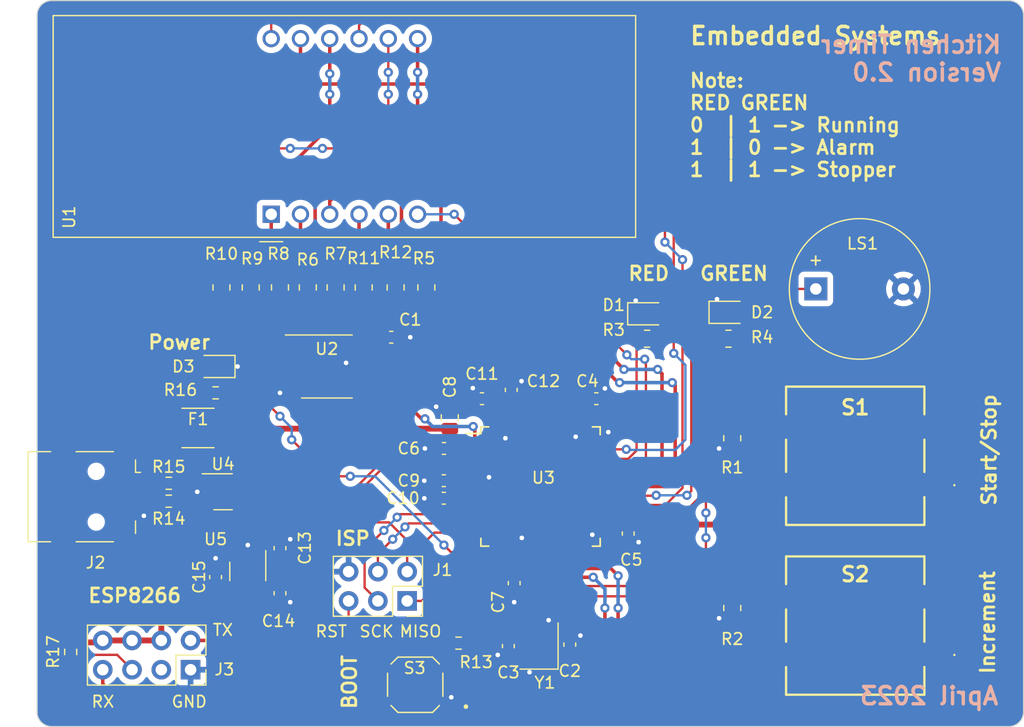
<source format=kicad_pcb>
(kicad_pcb (version 20221018) (generator pcbnew)
  (layers (0 "F.Cu" signal) (31 "B.Cu" signal) (34 "B.Paste" user) (35 "F.Paste" user) (36 "B.SilkS" user "B.Silkscreen") (37 "F.SilkS" user "F.Silkscreen") (38 "B.Mask" user) (39 "F.Mask" user) (44 "Edge.Cuts" user))
  (net 0 "")
  (net 1 "GND")
  (net 2 "Net-(D1-A)")
  (net 3 "Net-(D2-A)")
  (net 4 "Buzzer")
  (net 5 "Button_1")
  (net 6 "Button_2")
  (net 7 "RED_LED")
  (net 8 "GREEN_LED")
  (net 9 "a")
  (net 10 "Net-(U1-a)")
  (net 11 "b")
  (net 12 "Net-(U1-b)")
  (net 13 "c")
  (net 14 "Net-(U1-c)")
  (net 15 "d")
  (net 16 "Net-(U1-d)")
  (net 17 "e")
  (net 18 "Net-(U1-e)")
  (net 19 "f")
  (net 20 "Net-(U1-f)")
  (net 21 "g")
  (net 22 "Net-(U1-g)")
  (net 23 "dp")
  (net 24 "Net-(U1-DPX)")
  (net 25 "+5V")
  (net 26 "Dig4")
  (net 27 "Dig3")
  (net 28 "Dig2")
  (net 29 "Dig1")
  (net 31 "SH_CP")
  (net 32 "ST_CP")
  (net 33 "DS")
  (net 34 "XTAL1")
  (net 35 "XTAL2")
  (net 36 "/UCAP")
  (net 37 "/AREF")
  (net 38 "+3.3V")
  (net 39 "Net-(U5-BP)")
  (net 40 "Net-(D3-A)")
  (net 42 "Net-(J2-VBUS)")
  (net 43 "MISO")
  (net 44 "SCK")
  (net 45 "MOSI")
  (net 46 "RST")
  (net 47 "Net-(J2-D-)")
  (net 48 "Net-(J2-D+)")
  (net 49 "TX")
  (net 50 "Net-(J3-Pin_5)")
  (net 51 "RX")
  (net 52 "USB_CONN_D+")
  (net 53 "USB_CONN_D-")
  (net 54 "USB_D-")
  (net 56 "USB_D+")
  (net 64 "unconnected-(J2-Shield-Pad6)")
  (footprint "Capacitor_SMD:C_0603_1608Metric" (layer "F.Cu") (at 127.254 103.632 -90)
    (fp_text reference "C2")
    (fp_text value "22p")
  )
  (footprint "Capacitor_SMD:C_0603_1608Metric" (layer "F.Cu") (at 122.174 81.534 90)
    (fp_text reference "C12")
    (fp_text value "0.1uF")
  )
  (footprint "Crystal:Crystal_SMD_Abracon_ABM8G-4Pin_3.2x2.5mm" (layer "F.Cu") (at 124.587 103.759 90)
    (fp_text reference "Y1")
    (fp_text value "16MHz")
  )
  (footprint "Connector_PinSocket_2.54mm:PinSocket_2x03_P2.54mm_Vertical" (layer "F.Cu") (at 113.142 99.842 -90)
    (fp_text reference "J1")
    (fp_text value "AVR-ISP-6")
  )
  (footprint "Capacitor_SMD:C_0603_1608Metric" (layer "F.Cu") (at 116.319 90.932 180)
    (fp_text reference "C10")
    (fp_text value "0.1uF")
  )
  (footprint "Resistor_SMD:R_0805_2012Metric" (layer "F.Cu") (at 102.108 72.644 90)
    (fp_text reference "R8")
    (fp_text value "100")
  )
  (footprint "Resistor_SMD:R_0603_1608Metric" (layer "F.Cu") (at 83.947 104.267 -90)
    (fp_text reference "R17")
    (fp_text value "10k")
  )
  (footprint "PTS526_SMD_Button:PTS526_SMD_Button" (layer "F.Cu") (at 113.84 107.116 180)
    (fp_text reference "S3")
    (fp_text value "PTS526_SM08_SMTR2_LFS")
  )
  (footprint "Capacitor_SMD:C_0603_1608Metric" (layer "F.Cu") (at 116.332 86.614 180)
    (fp_text reference "C6")
    (fp_text value "0.1uF")
  )
  (footprint "Connector_USB:USB_Mini-B_Lumberg_2486_01_Horizontal" (layer "F.Cu") (at 86.162 90.8 -90)
    (fp_text reference "J2")
    (fp_text value "USB_B_Mini")
  )
  (footprint "Capacitor_SMD:C_0603_1608Metric" (layer "F.Cu") (at 122.428 98.298 -90)
    (fp_text reference "C7")
    (fp_text value "0.1uF")
  )
  (footprint "Display_7Segment:CA56-12EWA" (layer "F.Cu") (at 101.346 66.294 90)
    (fp_text reference "U1")
    (fp_text value "CA56-12EWA")
  )
  (footprint "Resistor_SMD:R_0603_1608Metric" (layer "F.Cu") (at 117.602 103.505 180)
    (fp_text reference "R13")
    (fp_text value "10k")
  )
  (footprint "Package_TO_SOT_SMD:SOT-23-6" (layer "F.Cu") (at 97.165615 90.371688)
    (fp_text reference "U4")
    (fp_text value "USBLC6-2SC6")
  )
  (footprint "Capacitor_SMD:C_0603_1608Metric" (layer "F.Cu") (at 96.52 97.777 90)
    (fp_text reference "C15")
    (fp_text value "10nF")
  )
  (footprint "Resistor_SMD:R_0805_2012Metric" (layer "F.Cu") (at 106.934 72.644 90)
    (fp_text reference "R7")
    (fp_text value "100")
  )
  (footprint "Buzzer_Beeper:Buzzer_12x9.5RM7.6" (layer "F.Cu") (at 148.6 72.771)
    (fp_text reference "LS1")
    (fp_text value "Speaker")
  )
  (footprint "Capacitor_SMD:C_0603_1608Metric" (layer "F.Cu") (at 111.76 76.962)
    (fp_text reference "C1")
    (fp_text value "0.1u")
  )
  (footprint "Resistor_SMD:R_0805_2012Metric" (layer "F.Cu") (at 104.521 72.644 90)
    (fp_text reference "R6")
    (fp_text value "100")
  )
  (footprint "Resistor_SMD:R_0805_2012Metric" (layer "F.Cu") (at 99.568 72.644 90)
    (fp_text reference "R9")
    (fp_text value "100")
  )
  (footprint "LED_SMD:LED_0805_2012Metric" (layer "F.Cu") (at 133.9615 74.93)
    (fp_text reference "D1")
    (fp_text value "LED")
  )
  (footprint "LED_SMD:LED_0805_2012Metric" (layer "F.Cu") (at 96.52 79.502 180)
    (fp_text reference "D3")
    (fp_text value "LED")
  )
  (footprint "Package_QFP:TQFP-44_10x10mm_P0.8mm" (layer "F.Cu") (at 124.714 89.916)
    (fp_text reference "U3")
    (fp_text value "ATmega32U4-A")
  )
  (footprint "Capacitor_SMD:C_0603_1608Metric" (layer "F.Cu") (at 119.634 82.296 180)
    (fp_text reference "C11")
    (fp_text value "0.1uF")
  )
  (footprint "Resistor_SMD:R_0603_1608Metric" (layer "F.Cu") (at 92.456911 89.635905)
    (fp_text reference "R15")
    (fp_text value "22")
  )
  (footprint "Package_TO_SOT_SMD:SOT-23-5" (layer "F.Cu") (at 99.314 97.282 -90)
    (fp_text reference "U5")
    (fp_text value "LP2985-3.3")
  )
  (footprint "Resistor_SMD:R_0603_1608Metric" (layer "F.Cu") (at 92.456 91.186)
    (fp_text reference "R14")
    (fp_text value "22")
  )
  (footprint "Capacitor_SMD:C_0603_1608Metric" (layer "F.Cu") (at 132.321 93.993 -90)
    (fp_text reference "C5")
    (fp_text value "0.1uF")
  )
  (footprint "Capacitor_SMD:C_0603_1608Metric" (layer "F.Cu") (at 121.92 103.759 -90)
    (fp_text reference "C3")
    (fp_text value "22p")
  )
  (footprint "Capacitor_SMD:C_0603_1608Metric" (layer "F.Cu") (at 102.108 99.174 -90)
    (fp_text reference "C14")
    (fp_text value "2.2uF")
  )
  (footprint "Resistor_SMD:R_0805_2012Metric" (layer "F.Cu") (at 114.808 72.644 90)
    (fp_text reference "R5")
    (fp_text value "100")
  )
  (footprint "Resistor_SMD:R_0603_1608Metric" (layer "F.Cu") (at 96.52 81.788 180)
    (fp_text reference "R16")
    (fp_text value "1k")
  )
  (footprint "Package_SO:TSSOP-16_4.4x5mm_P0.65mm" (layer "F.Cu") (at 106.172 79.502)
    (fp_text reference "U2")
    (fp_text value "74HC595")
  )
  (footprint "PTS125_SMD_Button:PTS125_SMD_Button" (layer "F.Cu") (at 152.019 87.249 180)
    (fp_text reference "S1")
    (fp_text value "PTS125SM43SMTR21M_LFS" hide)
  )
  (footprint "Resistor_SMD:R_0805_2012Metric" (layer "F.Cu") (at 141.351 85.725 -90)
    (fp_text reference "R1")
    (fp_text value "10k")
  )
  (footprint "Capacitor_SMD:C_0603_1608Metric" (layer "F.Cu") (at 102.108 95.263 90)
    (fp_text reference "C13")
    (fp_text value "1uF")
  )
  (footprint "Resistor_SMD:R_0805_2012Metric" (layer "F.Cu") (at 112.141 72.644 90)
    (fp_text reference "R12")
    (fp_text value "100")
  )
  (footprint "Fuse:Fuse_1812_4532Metric" (layer "F.Cu") (at 94.996 84.836)
    (fp_text reference "F1")
    (fp_text value "PTCSMD")
  )
  (footprint "Capacitor_SMD:C_0603_1608Metric" (layer "F.Cu") (at 129.553 82.296)
    (fp_text reference "C4")
    (fp_text value "0.1uF")
  )
  (footprint "Resistor_SMD:R_0805_2012Metric" (layer "F.Cu") (at 133.9615 77.089)
    (fp_text reference "R3")
    (fp_text value "330")
  )
  (footprint "Capacitor_SMD:C_0603_1608Metric" (layer "F.Cu") (at 116.319 89.408 180)
    (fp_text reference "C9")
    (fp_text value "1uF")
  )
  (footprint "Connector_PinSocket_2.54mm:PinSocket_2x04_P2.54mm_Vertical" (layer "F.Cu") (at 94.351 105.811 -90)
    (fp_text reference "J3")
    (fp_text value "ESP_Conn")
  )
  (footprint "Resistor_SMD:R_0805_2012Metric" (layer "F.Cu") (at 97.028 72.644 90)
    (fp_text reference "R10")
    (fp_text value "100")
  )
  (footprint "Resistor_SMD:R_0805_2012Metric" (layer "F.Cu") (at 141.351 100.457 -90)
    (fp_text reference "R2")
    (fp_text value "10k")
  )
  (footprint "Capacitor_SMD:C_0805_2012Metric" (layer "F.Cu") (at 116.84 83.947 90)
    (fp_text reference "C8")
    (fp_text value "10uF")
  )
  (footprint "PTS125_SMD_Button:PTS125_SMD_Button" (layer "F.Cu") (at 152.019 101.981 180)
    (fp_text reference "S2")
    (fp_text value "PTS125SM43SMTR21M_LFS" hide)
  )
  (footprint "Resistor_SMD:R_0805_2012Metric" (layer "F.Cu") (at 141.0185 77.089)
    (fp_text reference "R4")
    (fp_text value "330")
  )
  (footprint "Resistor_SMD:R_0805_2012Metric" (layer "F.Cu") (at 109.368612 72.646651 90)
    (fp_text reference "R11")
    (fp_text value "100")
  )
  (footprint "LED_SMD:LED_0805_2012Metric" (layer "F.Cu") (at 141.0185 74.803)
    (fp_text reference "D2")
    (fp_text value "LED")
  )
  (gr_arc (start 165.354 47.752) (mid 166.252026 48.123974) (end 166.624 49.022) (stroke (width 0.1)) (layer "Edge.Cuts"))
  (gr_line (start 81.026 109.474) (end 81.026 49.022) (stroke (width 0.1)) (layer "Edge.Cuts"))
  (gr_line (start 165.354 110.744) (end 82.296 110.744) (stroke (width 0.1)) (layer "Edge.Cuts"))
  (gr_line (start 82.296 47.752) (end 165.354 47.752) (stroke (width 0.1)) (layer "Edge.Cuts"))
  (gr_arc (start 82.296 110.744) (mid 81.397974 110.372026) (end 81.026 109.474) (stroke (width 0.1)) (layer "Edge.Cuts"))
  (gr_line (start 166.624 49.022) (end 166.624 109.474) (stroke (width 0.1)) (layer "Edge.Cuts"))
  (gr_arc (start 166.624 109.474) (mid 166.252026 110.372026) (end 165.354 110.744) (stroke (width 0.1)) (layer "Edge.Cuts"))
  (gr_arc (start 81.026 49.022) (mid 81.397974 48.123974) (end 82.296 47.752) (stroke (width 0.1)) (layer "Edge.Cuts"))
  (gr_text "Kitchen Timer\nVersion 2.0" (at 164.846 54.864) (layer "B.SilkS") (effects (font (size 1.5 1.5) (thickness 0.3) bold) (justify left bottom mirror)))
  (gr_text "April 2023" (at 164.592 108.966) (layer "B.SilkS") (effects (font (size 1.5 1.5) (thickness 0.3) bold) (justify left bottom mirror)))
  (gr_text "TX" (at 97.155 102.362) (layer "F.SilkS") (effects (font (size 1 1))))
  (gr_text "RED" (at 132.207 72.136) (layer "F.SilkS") (effects (font (size 1.2 1.2) (thickness 0.24) bold) (justify left bottom)))
  (gr_text "Embedded Systems" (at 137.541 51.689) (layer "F.SilkS") (effects (font (size 1.5 1.5) (thickness 0.3) bold) (justify left bottom)))
  (gr_text "RST" (at 106.553 102.489) (layer "F.SilkS") (effects (font (size 1 1))))
  (gr_text "ISP" (at 106.807 95.123) (layer "F.SilkS") (effects (font (size 1.2 1.2) (thickness 0.24) bold) (justify left bottom)))
  (gr_text "Start/Stop" (at 164.338 91.694 90) (layer "F.SilkS") (effects (font (size 1.2 1.2) (thickness 0.24) bold) (justify left bottom)))
  (gr_text "RX" (at 86.741 108.585) (layer "F.SilkS") (effects (font (size 1 1))))
  (gr_text "SCK" (at 110.49 102.489) (layer "F.SilkS") (effects (font (size 1 1))))
  (gr_text "Note:\nRED GREEN\n0  | 1 -> Running\n1  | 0 -> Alarm\n1  | 1 -> Stopper" (at 137.541 63.119) (layer "F.SilkS") (effects (font (size 1.2 1.2) (thickness 0.24) bold) (justify left bottom)))
  (gr_text "Increment" (at 164.211 106.299 90) (layer "F.SilkS") (effects (font (size 1.2 1.2) (thickness 0.24) bold) (justify left bottom)))
  (gr_text "ESP8266" (at 85.344 100.076) (layer "F.SilkS") (effects (font (size 1.2 1.2) (thickness 0.24) bold) (justify left bottom)))
  (gr_text "Power" (at 90.551 78.105) (layer "F.SilkS") (effects (font (size 1.2 1.2) (thickness 0.24) bold) (justify left bottom)))
  (gr_text "MISO" (at 114.3 102.489) (layer "F.SilkS") (effects (font (size 1 1))))
  (gr_text "GREEN" (at 138.43 72.136) (layer "F.SilkS") (effects (font (size 1.2 1.2) (thickness 0.24) bold) (justify left bottom)))
  (gr_text "GND" (at 94.234 108.585) (layer "F.SilkS") (effects (font (size 1 1))))
  (gr_text "BOOT" (at 108.839 109.347 90) (layer "F.SilkS") (effects (font (size 1.2 1.2) (thickness 0.24) bold) (justify left bottom)))
  (segment (start 130.302 82.27) (end 130.328 82.296) (width 0.508) (layer "F.Cu") (net 1))
  (segment (start 127.914 85.446) (end 127.762 85.598) (width 0.3048) (layer "F.Cu") (net 1))
  (segment (start 114.630216 89.408) (end 114.626396 89.41182) (width 0.508) (layer "F.Cu") (net 1))
  (segment (start 116.967 108.839) (end 116.84 108.966) (width 0.508) (layer "F.Cu") (net 1))
  (segment (start 88.862 92.4) (end 90.241 92.4) (width 0.508) (layer "F.Cu") (net 1))
  (segment (start 114.632608 90.938694) (end 115.537306 90.938694) (width 0.508) (layer "F.Cu") (net 1))
  (segment (start 115.537306 90.938694) (end 115.544 90.932) (width 0.508) (layer "F.Cu") (net 1))
  (segment (start 141.351 101.3695) (end 140.2315 101.3695) (width 0.508) (layer "F.Cu") (net 1))
  (segment (start 118.859 82.296) (end 118.859 81.401076) (width 0.508) (layer "F.Cu") (net 1))
  (segment (start 140.026 74.748) (end 140.081 74.803) (width 0.508) (layer "F.Cu") (net 1))
  (segment (start 115.544 89.408) (end 114.630216 89.408) (width 0.508) (layer "F.Cu") (net 1))
  (segment (start 116.84 82.997) (end 115.66891 82.997) (width 0.508) (layer "F.Cu") (net 1))
  (segment (start 102.997 99.949) (end 102.108 99.949) (width 0.508) (layer "F.Cu") (net 1))
  (segment (start 130.595586 85.734414) (end 130.414 85.916) (width 0.508) (layer "F.Cu") (net 1))
  (segment (start 90.241 92.4) (end 90.297 92.456) (width 0.508) (layer "F.Cu") (net 1))
  (segment (start 121.666 85.725) (end 121.514 85.207882) (width 0.508) (layer "F.Cu") (net 1))
  (segment (start 116.967 108.204) (end 116.967 108.839) (width 0.508) (layer "F.Cu") (net 1))
  (segment (start 133.223 94.742) (end 132.347 94.742) (width 0.508) (layer "F.Cu") (net 1))
  (segment (start 123.114 94.398228) (end 123.089352 94.37358) (width 0.508) (layer "F.Cu") (net 1))
  (segment (start 109.0345 79.177) (end 107.852121 79.177) (width 0.3048) (layer "F.Cu") (net 1))
  (segment (start 125.41624 101.513888) (end 125.41624 102.63824) (width 0.508) (layer "F.Cu") (net 1))
  (segment (start 125.41624 102.63824) (end 125.437 102.659) (width 0.508) (layer "F.Cu") (net 1))
  (segment (start 123.063 80.772) (end 122.187 80.772) (width 0.508) (layer "F.Cu") (net 1))
  (segment (start 121.514 85.207882) (end 121.514 84.216) (width 0.508) (layer "F.Cu") (net 1))
  (segment (start 130.414 93.916) (end 129.38736 93.916) (width 0.508) (layer "F.Cu") (net 1))
  (segment (start 102.108 81.788) (end 102.115 81.781) (width 0.508) (layer "F.Cu") (net 1))
  (segment (start 133.024 73.842) (end 132.969 73.787) (width 0.508) (layer "F.Cu") (net 1))
  (segment (start 130.302 81.407) (end 130.302 82.27) (width 0.508) (layer "F.Cu") (net 1))
  (segment (start 103.3095 81.777) (end 102.119 81.777) (width 0.3048) (layer "F.Cu") (net 1))
  (segment (start 102.119 81.777) (end 102.108 81.788) (width 0.3048) (layer "F.Cu") (net 1))
  (segment (start 102.997 94.488) (end 102.108 94.488) (width 0.508) (layer "F.Cu") (net 1))
  (segment (start 96.028115 90.371688) (end 94.929556 90.371688) (width 0.508) (layer "F.Cu") (net 1))
  (segment (start 130.595586 85.193476) (end 130.595586 85.734414) (width 0.508) (layer "F.Cu") (net 1))
  (segment (start 113.411 76.962) (end 112.535 76.962) (width 0.508) (layer "F.Cu") (net 1))
  (segment (start 121.007536 104.534) (end 121.001928 104.528392) (width 0.508) (layer "F.Cu") (net 1))
  (segment (start 123.737 104.859) (end 123.737 105.99966) (width 0.508) (layer "F.Cu") (net 1))
  (segment (start 123.737 105.99966) (end 123.761691 106.024351) (width 0.508) (layer "F.Cu") (net 1))
  (segment (start 115.557 86.614) (end 114.681 86.614) (width 0.508) (layer "F.Cu") (net 1))
  (segment (start 123.114 95.616) (end 123.114 94.398228) (width 0.508) (layer "F.Cu") (net 1))
  (segment (start 107.852121 79.177) (end 107.843284 79.185837) (width 0.3048) (layer "F.Cu") (net 1))
  (segment (start 127.254 102.857) (end 128.163906 102.857) (width 0.508) (layer "F.Cu") (net 1))
  (segment (start 140.2315 101.3695) (end 140.208 101.346) (width 0.508) (layer "F.Cu") (net 1))
  (segment (start 129.38736 93.916) (end 129.206701 94.096659) (width 0.508) (layer "F.Cu") (net 1))
  (segment (start 115.66891 82.997) (end 115.659806 82.987896) (width 0.508) (layer "F.Cu") (net 1))
  (segment (start 119.014 89.116) (end 120.235467 89.116) (width 0.508) (layer "F.Cu") (net 1))
  (segment (start 99.314 96.1445) (end 99.314 94.996) (width 0.508) (layer "F.Cu") (net 1))
  (segment (start 133.024 74.93) (end 133.024 73.842) (width 0.508) (layer "F.Cu") (net 1))
  (segment (start 96.52 97.002) (end 96.52 96.139) (width 0.508) (layer "F.Cu") (net 1))
  (segment (start 118.859 81.401076) (end 118.836998 81.379074) (width 0.508) (layer "F.Cu") (net 1))
  (segment (start 122.428 99.073) (end 122.428 99.949) (width 0.508) (layer "F.Cu") (net 1))
  (segment (start 98.425 79.502) (end 97.4575 79.502) (width 0.508) (layer "F.Cu") (net 1))
  (segment (start 94.929556 90.371688) (end 94.927568 90.373676) (width 0.508) (layer "F.Cu") (net 1))
  (segment (start 140.026 73.66) (end 140.026 74.748) (width 0.508) (layer "F.Cu") (net 1))
  (segment (start 120.235467 89.116) (end 120.24031 89.111157) (width 0.508) (layer "F.Cu") (net 1))
  (segment (start 140.2315 86.6375) (end 140.208 86.614) (width 0.508) (layer "F.Cu") (net 1))
  (segment (start 121.92 104.534) (end 121.007536 104.534) (width 0.508) (layer "F.Cu") (net 1))
  (segment (start 122.187 80.772) (end 122.174 80.759) (width 0.508) (layer "F.Cu") (net 1))
  (segment (start 141.351 86.6375) (end 140.2315 86.6375) (width 0.508) (layer "F.Cu") (net 1))
  (segment (start 128.163906 102.857) (end 128.174878 102.846028) (width 0.508) (layer "F.Cu") (net 1))
  (segment (start 127.914 84.216) (end 127.914 85.446) (width 0.3048) (layer "F.Cu") (net 1))
  (via (at 94.927568 90.373676) (size 0.8) (drill 0.4) (layers "F.Cu" "B.Cu") (net 1))
  (via (at 132.969 73.787) (size 0.8) (drill 0.4) (layers "F.Cu" "B.Cu") (net 1))
  (via (at 122.428 99.949) (size 0.8) (drill 0.4) (layers "F.Cu" "B.Cu") (net 1))
  (via (at 99.314 94.996) (size 0.8) (drill 0.4) (layers "F.Cu" "B.Cu") (net 1))
  (via (at 121.666 85.725) (size 0.8) (drill 0.4) (layers "F.Cu" "B.Cu") (net 1))
  (via (at 127.762 85.598) (size 0.8) (drill 0.4) (layers "F.Cu" "B.Cu") (net 1))
  (via (at 140.208 101.346) (size 0.8) (drill 0.4) (layers "F.Cu" "B.Cu") (net 1))
  (via (at 98.425 79.502) (size 0.8) (drill 0.4) (layers "F.Cu" "B.Cu") (net 1))
  (via (at 133.223 94.742) (size 0.8) (drill 0.4) (layers "F.Cu" "B.Cu") (net 1))
  (via (at 115.659806 82.987896) (size 0.8) (drill 0.4) (layers "F.Cu" "B.Cu") (net 1))
  (via (at 120.24031 89.111157) (size 0.8) (drill 0.4) (layers "F.Cu" "B.Cu") (net 1))
  (via (at 107.843284 79.185837) (size 0.8) (drill 0.4) (layers "F.Cu" "B.Cu") (net 1))
  (via (at 121.001928 104.528392) (size 0.8) (drill 0.4) (layers "F.Cu" "B.Cu") (net 1))
  (via (at 123.761691 106.024351) (size 0.8) (drill 0.4) (layers "F.Cu" "B.Cu") (net 1))
  (via (at 96.52 96.139) (size 0.8) (drill 0.4) (layers "F.Cu" "B.Cu") (net 1))
  (via (at 102.997 99.949) (size 0.8) (drill 0.4) (layers "F.Cu" "B.Cu") (net 1))
  (via (at 114.632608 90.938694) (size 0.8) (drill 0.4) (layers "F.Cu" "B.Cu") (net 1))
  (via (at 128.174878 102.846028) (size 0.8) (drill 0.4) (layers "F.Cu" "B.Cu") (net 1))
  (via (at 90.297 92.456) (size 0.8) (drill 0.4) (layers "F.Cu" "B.Cu") (net 1))
  (via (at 102.108 81.788) (size 0.8) (drill 0.4) (layers "F.Cu" "B.Cu") (net 1))
  (via (at 140.208 86.614) (size 0.8) (drill 0.4) (layers "F.Cu" "B.Cu") (net 1))
  (via (at 125.41624 101.513888) (size 0.8) (drill 0.4) (layers "F.Cu" "B.Cu") (net 1))
  (via (at 130.595586 85.193476) (size 0.8) (drill 0.4) (layers "F.Cu" "B.Cu") (net 1))
  (via (at 129.206701 94.096659) (size 0.8) (drill 0.4) (layers "F.Cu" "B.Cu") (net 1))
  (via (at 114.626396 89.41182) (size 0.8) (drill 0.4) (layers "F.Cu" "B.Cu") (net 1))
  (via (at 102.997 94.488) (size 0.8) (drill 0.4) (layers "F.Cu" "B.Cu") (net 1))
  (via (at 118.836998 81.379074) (size 0.8) (drill 0.4) (layers "F.Cu" "B.Cu") (net 1))
  (via (at 116.967 108.204) (size 0.8) (drill 0.4) (layers "F.Cu" "B.Cu") (net 1))
  (via (at 140.026 73.66) (size 0.8) (drill 0.4) (layers "F.Cu" "B.Cu") (net 1))
  (via (at 113.411 76.962) (size 0.8) (drill 0.4) (layers "F.Cu" "B.Cu") (net 1))
  (via (at 130.302 81.407) (size 0.8) (drill 0.4) (layers "F.Cu" "B.Cu") (net 1))
  (via (at 123.063 80.772) (size 0.8) (drill 0.4) (layers "F.Cu" "B.Cu") (net 1))
  (via (at 114.681 86.614) (size 0.8) (drill 0.4) (layers "F.Cu" "B.Cu") (net 1))
  (via (at 123.089352 94.37358) (size 0.8) (drill 0.4) (layers "F.Cu" "B.Cu") (net 1))
  (segment (start 134.899 77.064) (end 134.874 77.089) (width 0.508) (layer "F.Cu") (net 2))
  (segment (start 134.899 74.93) (end 134.899 77.064) (width 0.508) (layer "F.Cu") (net 2))
  (segment (start 141.956 74.803) (end 141.956 77.064) (width 0.508) (layer "F.Cu") (net 3))
  (segment (start 141.956 77.064) (end 141.931 77.089) (width 0.508) (layer "F.Cu") (net 3))
  (segment (start 134.709 90.716) (end 134.747 90.678) (width 0.2032) (layer "F.Cu") (net 4))
  (segment (start 137.795 73.66) (end 138.684 72.771) (width 0.2032) (layer "F.Cu") (net 4))
  (segment (start 137.414 90.678) (end 137.795 90.297) (width 0.2032) (layer "F.Cu") (net 4))
  (segment (start 137.795 90.297) (end 137.795 73.66) (width 0.2032) (layer "F.Cu") (net 4))
  (segment (start 130.414 90.716) (end 134.709 90.716) (width 0.2032) (layer "F.Cu") (net 4))
  (segment (start 138.684 72.771) (end 148.6 72.771) (width 0.2032) (layer "F.Cu") (net 4))
  (via (at 137.414 90.678) (size 0.8) (drill 0.4) (layers "F.Cu" "B.Cu") (net 4))
  (via (at 134.747 90.678) (size 0.8) (drill 0.4) (layers "F.Cu" "B.Cu") (net 4))
  (segment (start 134.747 90.678) (end 137.414 90.678) (width 0.2032) (layer "B.Cu") (net 4))
  (segment (start 126.746 98.552) (end 138.176 98.552) (width 0.2032) (layer "F.Cu") (net 5))
  (segment (start 141.3275 84.836) (end 141.351 84.8125) (width 0.2032) (layer "F.Cu") (net 5))
  (segment (start 126.314 95.616) (end 126.314 98.12) (width 0.2032) (layer "F.Cu") (net 5))
  (segment (start 139.827 84.836) (end 141.3275 84.836) (width 0.2032) (layer "F.Cu") (net 5))
  (segment (start 139.065 85.598) (end 139.827 84.836) (width 0.2032) (layer "F.Cu") (net 5))
  (segment (start 139.065 92.202) (end 139.065 85.598) (width 0.2032) (layer "F.Cu") (net 5))
  (segment (start 141.4145 84.749) (end 141.351 84.8125) (width 0.508) (layer "F.Cu") (net 5))
  (segment (start 139.065 97.663) (end 139.065 94.361) (width 0.2032) (layer "F.Cu") (net 5))
  (segment (start 138.176 98.552) (end 139.065 97.663) (width 0.2032) (layer "F.Cu") (net 5))
  (segment (start 144.869 84.749) (end 141.4145 84.749) (width 0.508) (layer "F.Cu") (net 5))
  (segment (start 126.314 98.12) (end 126.746 98.552) (width 0.2032) (layer "F.Cu") (net 5))
  (via (at 139.065 92.202) (size 0.8) (drill 0.4) (layers "F.Cu" "B.Cu") (net 5))
  (via (at 139.065 94.361) (size 0.8) (drill 0.4) (layers "F.Cu" "B.Cu") (net 5))
  (segment (start 139.065 94.361) (end 139.065 92.202) (width 0.2032) (layer "B.Cu") (net 5))
  (segment (start 141.4145 99.481) (end 141.351 99.5445) (width 0.508) (layer "F.Cu") (net 6))
  (segment (start 125.514 95.616) (end 125.514 98.844) (width 0.2032) (layer "F.Cu") (net 6))
  (segment (start 126.111 99.441) (end 141.2475 99.441) (width 0.2032) (layer "F.Cu") (net 6))
  (segment (start 144.869 99.481) (end 141.4145 99.481) (width 0.508) (layer "F.Cu") (net 6))
  (segment (start 125.514 98.844) (end 126.111 99.441) (width 0.2032) (layer "F.Cu") (net 6))
  (segment (start 141.2475 99.441) (end 141.351 99.5445) (width 0.2032) (layer "F.Cu") (net 6))
  (segment (start 133.049 86.788) (end 133.049 77.089) (width 0.2032) (layer "F.Cu") (net 7))
  (segment (start 132.321 87.516) (end 133.049 86.788) (width 0.2032) (layer "F.Cu") (net 7))
  (segment (start 130.414 87.516) (end 132.321 87.516) (width 0.2032) (layer "F.Cu") (net 7))
  (segment (start 138.43 78.765) (end 140.106 77.089) (width 0.2032) (layer "F.Cu") (net 8))
  (segment (start 138.43 90.932) (end 138.43 78.765) (width 0.2032) (layer "F.Cu") (net 8))
  (segment (start 130.414 92.316) (end 137.046 92.316) (width 0.2032) (layer "F.Cu") (net 8))
  (segment (start 137.046 92.316) (end 138.43 90.932) (width 0.2032) (layer "F.Cu") (net 8))
  (segment (start 114.147 77.877) (end 114.808 77.216) (width 0.3048) (layer "F.Cu") (net 9))
  (segment (start 109.0345 77.877) (end 114.147 77.877) (width 0.3048) (layer "F.Cu") (net 9))
  (segment (start 114.808 77.216) (end 114.808 73.5565) (width 0.3048) (layer "F.Cu") (net 9))
  (segment (start 116.078 55.626) (end 115.443 54.991) (width 0.3048) (layer "F.Cu") (net 10))
  (segment (start 114.808 71.7315) (end 116.078 70.4615) (width 0.3048) (layer "F.Cu") (net 10))
  (segment (start 115.443 54.991) (end 105.283 54.991) (width 0.3048) (layer "F.Cu") (net 10))
  (segment (start 105.283 54.991) (end 103.886 53.594) (width 0.3048) (layer "F.Cu") (net 10))
  (segment (start 116.078 70.4615) (end 116.078 55.626) (width 0.3048) (layer "F.Cu") (net 10))
  (segment (start 103.886 53.594) (end 103.886 51.054) (width 0.3048) (layer "F.Cu") (net 10))
  (segment (start 104.394 75.057) (end 104.394 73.6835) (width 0.3048) (layer "F.Cu") (net 11))
  (segment (start 104.394 73.6835) (end 104.521 73.5565) (width 0.3048) (layer "F.Cu") (net 11))
  (segment (start 103.3095 77.227) (end 103.3095 76.1415) (width 0.3048) (layer "F.Cu") (net 11))
  (segment (start 103.3095 76.1415) (end 104.394 75.057) (width 0.3048) (layer "F.Cu") (net 11))
  (segment (start 111.125 63.246) (end 105.537 63.246) (width 0.3048) (layer "F.Cu") (net 12))
  (segment (start 105.537 63.246) (end 105.156 63.627) (width 0.3048) (layer "F.Cu") (net 12))
  (segment (start 114.046 51.054) (end 114.046 53.975) (width 0.3048) (layer "F.Cu") (net 12))
  (segment (start 105.156 71.0965) (end 104.521 71.7315) (width 0.3048) (layer "F.Cu") (net 12))
  (segment (start 105.156 63.627) (end 105.156 71.0965) (width 0.3048) (layer "F.Cu") (net 12))
  (segment (start 114.046 60.325) (end 111.125 63.246) (width 0.3048) (layer "F.Cu") (net 12))
  (segment (start 114.046 55.88) (end 114.046 60.325) (width 0.3048) (layer "F.Cu") (net 12))
  (via (at 114.046 53.975) (size 0.8) (drill 0.4) (layers "F.Cu" "B.Cu") (net 12))
  (via (at 114.046 55.88) (size 0.8) (drill 0.4) (layers "F.Cu" "B.Cu") (net 12))
  (segment (start 114.046 53.975) (end 114.046 55.88) (width 0.3048) (layer "B.Cu") (net 12))
  (segment (start 106.553 75.057) (end 106.934 74.676) (width 0.3048) (layer "F.Cu") (net 13))
  (segment (start 104.648 75.819) (end 105.41 75.057) (width 0.3048) (layer "F.Cu") (net 13))
  (segment (start 104.368 77.877) (end 104.648 77.597) (width 0.3048) (layer "F.Cu") (net 13))
  (segment (start 106.934 74.676) (end 106.934 73.5565) (width 0.3048) (layer "F.Cu") (net 13))
  (segment (start 105.41 75.057) (end 106.553 75.057) (width 0.3048) (layer "F.Cu") (net 13))
  (segment (start 104.648 77.597) (end 104.648 75.819) (width 0.3048) (layer "F.Cu") (net 13))
  (segment (start 103.3095 77.877) (end 104.368 77.877) (width 0.3048) (layer "F.Cu") (net 13))
  (segment (start 106.934 71.7315) (end 106.934 70.866) (width 0.3048) (layer "F.Cu") (net 14))
  (segment (start 108.966 68.834) (end 108.966 66.294) (width 0.3048) (layer "F.Cu") (net 14))
  (segment (start 106.934 70.866) (end 108.966 68.834) (width 0.3048) (layer "F.Cu") (net 14))
  (segment (start 103.3095 78.527) (end 102.403 78.527) (width 0.3048) (layer "F.Cu") (net 15))
  (segment (start 102.403 78.527) (end 102.108 78.232) (width 0.3048) (layer "F.Cu") (net 15))
  (segment (start 102.108 78.232) (end 102.108 73.5565) (width 0.3048) (layer "F.Cu") (net 15))
  (segment (start 102.108 71.7315) (end 102.108 70.612) (width 0.3048) (layer "F.Cu") (net 16))
  (segment (start 103.886 68.834) (end 103.886 66.294) (width 0.3048) (layer "F.Cu") (net 16))
  (segment (start 102.108 70.612) (end 103.886 68.834) (width 0.3048) (layer "F.Cu") (net 16))
  (segment (start 99.695 73.6835) (end 99.568 73.5565) (width 0.3048) (layer "F.Cu") (net 17))
  (segment (start 99.695 76.835) (end 99.695 73.6835) (width 0.3048) (layer "F.Cu") (net 17))
  (segment (start 103.3095 79.177) (end 102.037 79.177) (width 0.3048) (layer "F.Cu") (net 17))
  (segment (start 102.037 79.177) (end 99.695 76.835) (width 0.3048) (layer "F.Cu") (net 17))
  (segment (start 101.346 69.9535) (end 101.346 66.294) (width 0.3048) (layer "F.Cu") (net 18))
  (segment (start 99.568 71.7315) (end 101.346 69.9535) (width 0.3048) (layer "F.Cu") (net 18))
  (segment (start 101.29 79.827) (end 97.028 75.565) (width 0.3048) (layer "F.Cu") (net 19))
  (segment (start 103.3095 79.827) (end 101.29 79.827) (width 0.3048) (layer "F.Cu") (net 19))
  (segment (start 97.028 75.565) (end 97.028 73.5565) (width 0.3048) (layer "F.Cu") (net 19))
  (segment (start 106.426 54.102) (end 106.426 51.054) (width 0.3048) (layer "F.Cu") (net 20))
  (segment (start 99.06 61.976) (end 103.124 61.976) (width 0.3048) (layer "F.Cu") (net 20))
  (segment (start 97.028 64.008) (end 99.06 61.976) (width 0.3048) (layer "F.Cu") (net 20))
  (segment (start 106.426 58.674) (end 106.426 55.88) (width 0.3048) (layer "F.Cu") (net 20))
  (segment (start 97.028 71.7315) (end 97.028 64.008) (width 0.3048) (layer "F.Cu") (net 20))
  (segment (start 103.124 61.976) (end 106.426 58.674) (width 0.3048) (layer "F.Cu") (net 20))
  (via (at 106.426 54.102) (size 0.8) (drill 0.4) (layers "F.Cu" "B.Cu") (net 20))
  (via (at 106.426 55.88) (size 0.8) (drill 0.4) (layers "F.Cu" "B.Cu") (net 20))
  (segment (start 106.426 55.88) (end 106.426 54.102) (width 0.3048) (layer "B.Cu") (net 20))
  (segment (start 103.3095 80.477) (end 104.689 80.477) (width 0.3048) (layer "F.Cu") (net 21))
  (segment (start 106.045 75.946) (end 106.981763 75.946) (width 0.3048) (layer "F.Cu") (net 21))
  (segment (start 104.689 80.477) (end 105.283 79.883) (width 0.3048) (layer "F.Cu") (net 21))
  (segment (start 105.283 76.708) (end 106.045 75.946) (width 0.3048) (layer "F.Cu") (net 21))
  (segment (start 106.981763 75.946) (end 109.368612 73.559151) (width 0.3048) (layer "F.Cu") (net 21))
  (segment (start 105.283 79.883) (end 105.283 76.708) (width 0.3048) (layer "F.Cu") (net 21))
  (segment (start 109.368612 71.352388) (end 111.506 69.215) (width 0.3048) (layer "F.Cu") (net 22))
  (segment (start 111.506 69.215) (end 111.506 66.294) (width 0.3048) (layer "F.Cu") (net 22))
  (segment (start 109.368612 71.734151) (end 109.368612 71.352388) (width 0.3048) (layer "F.Cu") (net 22))
  (segment (start 107.061 76.581) (end 107.569 76.581) (width 0.3048) (layer "F.Cu") (net 23))
  (segment (start 111.633 75.565) (end 112.141 75.057) (width 0.3048) (layer "F.Cu") (net 23))
  (segment (start 112.141 75.057) (end 112.141 73.5565) (width 0.3048) (layer "F.Cu") (net 23))
  (segment (start 108.585 75.565) (end 111.633 75.565) (width 0.3048) (layer "F.Cu") (net 23))
  (segment (start 107.569 76.581) (end 108.585 75.565) (width 0.3048) (layer "F.Cu") (net 23))
  (segment (start 106.045 77.597) (end 107.061 76.581) (width 0.3048) (layer "F.Cu") (net 23))
  (segment (start 103.3095 81.127) (end 105.182 81.127) (width 0.3048) (layer "F.Cu") (net 23))
  (segment (start 106.045 80.264) (end 106.045 77.597) (width 0.3048) (layer "F.Cu") (net 23))
  (segment (start 105.182 81.127) (end 106.045 80.264) (width 0.3048) (layer "F.Cu") (net 23))
  (segment (start 112.649 65.405) (end 112.014 64.77) (width 0.3048) (layer "F.Cu") (net 24))
  (segment (start 112.649 71.2235) (end 112.649 65.405) (width 0.3048) (layer "F.Cu") (net 24))
  (segment (start 112.649 71.2235) (end 112.141 71.7315) (width 0.3048) (layer "F.Cu") (net 24))
  (segment (start 106.426 66.294) (end 106.426 65.151) (width 0.3048) (layer "F.Cu") (net 24))
  (segment (start 112.014 64.77) (end 106.807 64.77) (width 0.3048) (layer "F.Cu") (net 24))
  (segment (start 106.426 65.151) (end 106.807 64.77) (width 0.3048) (layer "F.Cu") (net 24))
  (segment (start 132.219 93.116) (end 132.321 93.218) (width 0.508) (layer "F.Cu") (net 25))
  (segment (start 128.714 82.36) (end 128.778 82.296) (width 0.508) (layer "F.Cu") (net 25))
  (segment (start 119.014 86.716) (end 117.209 86.716) (width 0.508) (layer "F.Cu") (net 25))
  (segment (start 97.1335 84.836) (end 97.155 84.8575) (width 0.2032) (layer "F.Cu") (net 25))
  (segment (start 100.264 96.1445) (end 102.0015 96.1445) (width 0.508) (layer "F.Cu") (net 25))
  (segment (start 122.314 94.805967) (end 122.235352 94.727319) (width 0.508) (layer "F.Cu") (net 25))
  (segment (start 106.807 84.897) (end 97.1945 84.897) (width 0.508) (layer "F.Cu") (net 25))
  (segment (start 132.321 93.218) (end 155.829 93.218) (width 0.508) (layer "F.Cu") (net 25))
  (segment (start 156.464 85.598) (end 157.313 84.749) (width 0.508) (layer "F.Cu") (net 25))
  (segment (start 97.155 90.043) (end 97.155 92.329) (width 0.2032) (layer "F.Cu") (net 25))
  (segment (start 97.8535 93.0275) (end 99.06 93.0275) (width 0.2032) (layer "F.Cu") (net 25))
  (segment (start 120.714 84.216) (end 120.714 86.551) (width 0.508) (layer "F.Cu") (net 25))
  (segment (start 97.155 92.329) (end 97.8535 93.0275) (width 0.2032) (layer "F.Cu") (net 25))
  (segment (start 121.412 87.249) (end 121.412 90.17) (width 0.508) (layer "F.Cu") (net 25))
  (segment (start 159.169 99.481) (end 157.266 99.481) (width 0.508) (layer "F.Cu") (net 25))
  (segment (start 122.235352 93.406352) (end 121.412 92.583) (width 0.508) (layer "F.Cu") (net 25))
  (segment (start 107.543 81.127) (end 109.0345 81.127) (width 0.3048) (layer "F.Cu") (net 25))
  (segment (start 98.8745 93.0275) (end 99.06 93.0275) (width 0.2032) (layer "F.Cu") (net 25))
  (segment (start 122.525704 93.116) (end 122.235352 93.406352) (width 0.508) (layer "F.Cu") (net 25))
  (segment (start 119.014 86.716) (end 120.879 86.716) (width 0.508) (layer "F.Cu") (net 25))
  (segment (start 120.714 86.551) (end 120.879 86.716) (width 0.508) (layer "F.Cu") (net 25))
  (segment (start 120.879 86.716) (end 121.412 87.249) (width 0.508) (layer "F.Cu") (net 25))
  (segment (start 121.539 87.376) (end 121.412 87.249) (width 0.508) (layer "F.Cu") (net 25))
  (segment (start 97.1335 81.9995) (end 97.345 81.788) (width 0.508) (layer "F.Cu") (net 25))
  (segment (start 97.483688 90.371688) (end 98.303115 90.371688) (width 0.2032) (layer "F.Cu") (net 25))
  (segment (start 98.364 93.538) (end 98.364 94.295) (width 0.2032) (layer "F.Cu") (net 25))
  (segment (start 118.427 100.775) (end 121.539 97.663) (width 0.2032) (layer "F.Cu") (net 25))
  (segment (start 121.412 90.17) (end 120.866 90.716) (width 0.508) (layer "F.Cu") (net 25))
  (segment (start 97.1335 84.836) (end 97.1335 81.9995) (width 0.508) (layer "F.Cu") (net 25))
  (segment (start 122.314 97.409) (end 122.428 97.523) (width 0.508) (layer "F.Cu") (net 25))
  (segment (start 97.1945 84.897) (end 97.1335 84.836) (width 0.508) (layer "F.Cu") (net 25))
  (segment (start 107.061 80.645) (end 107.061 84.008) (width 0.3048) (layer "F.Cu") (net 25))
  (segment (start 130.414 93.116) (end 132.219 93.116) (width 0.508) (layer "F.Cu") (net 25))
  (segment (start 110.72 77.227) (end 110.985 76.962) (width 0.3048) (layer "F.Cu") (net 25))
  (segment (start 107.061 84.008) (end 107.95 84.897) (width 0.3048) (layer "F.Cu") (net 25))
  (segment (start 120.866 90.716) (end 119.014 90.716) (width 0.508) (layer "F.Cu") (net 25))
  (segment (start 99.984 94.142) (end 100.264 94.422) (width 0.508) (layer "F.Cu") (net 25))
  (segment (start 98.517 94.142) (end 99.984 94.142) (width 0.508) (layer "F.Cu") (net 25))
  (segment (start 99.06 93.0275) (end 111.5695 93.0275) (width 0.2032) (layer "F.Cu") (net 25))
  (segment (start 98.364 94.295) (end 98.517 94.142) (width 0.508) (layer "F.Cu") (net 25))
  (segment (start 100.264 94.422) (end 100.264 96.1445) (width 0.508) (layer "F.Cu") (net 25))
  (segment (start 118.427 103.505) (end 118.427 100.775) (width 0.2032) (layer "F.Cu") (net 25))
  (segment (start 128.27 87.376) (end 121.539 87.376) (width 0.508) (layer "F.Cu") (net 25))
  (segment (start 116.84 84.897) (end 116.84 86.347) (width 0.508) (layer "F.Cu") (net 25))
  (segment (start 102.0015 96.1445) (end 102.108 96.038) (width 0.508) (layer "F.Cu") (net 25))
  (segment (start 120.714 82.601) (end 120.409 82.296) (width 0.508) (layer "F.Cu") (net 25))
  (segment (start 156.464 98.679) (end 156.464 93.853) (width 0.508) (layer "F.Cu") (net 25))
  (segment (start 122.314 95.616) (end 122.314 97.409) (width 0.508) (layer "F.Cu") (net 25))
  (segment (start 122.288 97.663) (end 122.428 97.523) (width 0.2032) (layer "F.Cu") (net 25))
  (segment (start 116.84 84.897) (end 107.95 84.897) (width 0.508) (layer "F.Cu") (net 25))
  (segment (start 155.829 93.218) (end 156.464 93.853) (width 0.508) (layer "F.Cu") (net 25))
  (segment (start 130.414 93.116) (end 122.525704 93.116) (width 0.508) (layer "F.Cu") (net 25))
  (segment (start 107.431 77.227) (end 107.061 77.597) (width 0.3048) (layer "F.Cu") (net 25))
  (segment (start 107.95 84.897) (end 106.807 84.897) (width 0.508) (layer "F.Cu") (net 25))
  (segment (start 156.464 93.853) (end 156.464 85.598) (width 0.508) (layer "F.Cu") (net 25))
  (segment (start 116.84 86.347) (end 117.107 86.614) (width 0.508) (layer "F.Cu") (net 25))
  (segment (start 157.266 99.481) (end 156.464 98.679) (width 0.508) (layer "F.Cu") (net 25))
  (segment (start 109.0345 77.227) (end 107.431 77.227) (width 0.3048) (layer "F.Cu") (net 25))
  (segment (start 98.364 93.538) (end 98.8745 93.0275) (width 0.2032) (layer "F.Cu") (net 25))
  (segment (start 122.235352 94.727319) (end 122.235352 93.406352) (width 0.508) (layer "F.Cu") (net 25))
  (segment (start 128.714 86.932) (end 128.27 87.376) (width 0.508) (layer "F.Cu") (net 25))
  (segment (start 157.313 84.749) (end 159.169 84.749) (width 0.508) (layer "F.Cu") (net 25))
  (segment (start 107.061 80.645) (end 107.543 81.127) (width 0.3048) (layer "F.Cu") (net 25))
  (segment (start 117.209 86.716) (end 117.107 86.614) (width 0.508) (layer "F.Cu") (net 25))
  (segment (start 113.142 97.302) (end 113.142 94.6) (width 0.2032) (layer "F.Cu") (net 25))
  (segment (start 122.314 95.616) (end 122.314 94.805967) (width 0.508) (layer "F.Cu") (net 25))
  (segment (start 97.155 90.043) (end 97.483688 90.371688) (width 0.2032) (layer "F.Cu") (net 25))
  (segment (start 117.31 90.716) (end 117.094 90.932) (width 0.508) (layer "F.Cu") (net 25))
  (segment (start 121.539 97.663) (end 122.288 97.663) (width 0.2032) (layer "F.Cu") (net 25))
  (segment (start 120.714 84.216) (end 120.714 82.601) (width 0.508) (layer "F.Cu") (net 25))
  (segment (start 98.364 96.1445) (end 98.364 94.295) (width 0.508) (layer "F.Cu") (net 25))
  (segment (start 111.5695 93.0275) (end 113.142 94.6) (width 0.2032) (layer "F.Cu") (net 25))
  (segment (start 121.412 92.583) (end 121.412 90.17) (width 0.508) (layer "F.Cu") (net 25))
  (segment (start 107.061 77.597) (end 107.061 80.645) (width 0.3048) (layer "F.Cu") (net 25))
  (segment (start 128.714 84.216) (end 128.714 86.932) (width 0.508) (layer "F.Cu") (net 25))
  (segment (start 119.014 90.716) (end 117.31 90.716) (width 0.508) (layer "F.Cu") (net 25))
  (segment (start 97.155 84.8575) (end 97.155 90.043) (width 0.2032) (layer "F.Cu") (net 25))
  (segment (start 128.714 84.216) (end 128.714 82.36) (width 0.508) (layer "F.Cu") (net 25))
  (segment (start 109.0345 77.227) (end 110.72 77.227) (width 0.3048) (layer "F.Cu") (net 25))
  (segment (start 128.397 77.343) (end 122.174 77.343) (width 0.2032) (layer "F.Cu") (net 26))
  (segment (start 133.426 88.316) (end 133.858 87.884) (width 0.2032) (layer "F.Cu") (net 26))
  (segment (start 118.491 73.66) (end 118.491 67.564) (width 0.2032) (layer "F.Cu") (net 26))
  (segment (start 132.207 78.486) (end 131.064 77.343) (width 0.2032) (layer "F.Cu") (net 26))
  (segment (start 118.491 67.564) (end 117.221 66.294) (width 0.2032) (layer "F.Cu") (net 26))
  (segment (start 133.858 78.9749) (end 133.7501 78.867) (width 0.2032) (layer "F.Cu") (net 26))
  (segment (start 130.414 88.316) (end 133.426 88.316) (width 0.2032) (layer "F.Cu") (net 26))
  (segment (start 131.064 77.343) (end 128.397 77.343) (width 0.2032) (layer "F.Cu") (net 26))
  (segment (start 122.174 77.343) (end 118.491 73.66) (width 0.2032) (layer "F.Cu") (net 26))
  (segment (start 133.858 87.884) (end 133.858 78.9749) (width 0.2032) (layer "F.Cu") (net 26))
  (via (at 132.207 78.486) (size 0.8) (drill 0.4) (layers "F.Cu" "B.Cu") (net 26))
  (via (at 133.7501 78.867) (size 0.8) (drill 0.4) (layers "F.Cu" "B.Cu") (net 26))
  (via (at 117.221 66.294) (size 0.8) (drill 0.4) (layers "F.Cu" "B.Cu") (net 26))
  (segment (start 132.588 78.867) (end 132.207 78.486) (width 0.2032) (layer "B.Cu") (net 26))
  (segment (start 117.221 66.294) (end 114.046 66.294) (width 0.2032) (layer "B.Cu") (net 26))
  (segment (start 133.7501 78.867) (end 132.588 78.867) (width 0.2032) (layer "B.Cu") (net 26))
  (segment (start 106.299 89.027) (end 108.204 89.027) (width 0.2032) (layer "F.Cu") (net 27))
  (segment (start 102.997 60.579) (end 97.409 60.579) (width 0.2032) (layer "F.Cu") (net 27))
  (segment (start 111.506 55.88) (end 111.506 60.071) (width 0.2032) (layer "F.Cu") (net 27))
  (segment (start 103.124 85.852) (end 106.299 89.027) (width 0.2032) (layer "F.Cu") (net 27))
  (segment (start 111.506 51.054) (end 111.506 53.975) (width 0.2032) (layer "F.Cu") (net 27))
  (segment (start 111.506 60.071) (end 111.125 60.452) (width 0.2032) (layer "F.Cu") (net 27))
  (segment (start 97.409 60.579) (end 94.361 63.627) (width 0.2032) (layer "F.Cu") (net 27))
  (segment (start 94.361 63.627) (end 94.361 74.041) (width 0.2032) (layer "F.Cu") (net 27))
  (segment (start 99.949 79.629) (end 99.949 81.661) (width 0.2032) (layer "F.Cu") (net 27))
  (segment (start 110.998 60.579) (end 105.791 60.579) (width 0.2032) (layer "F.Cu") (net 27))
  (segment (start 116.952 95.616) (end 120.714 95.616) (width 0.2032) (layer "F.Cu") (net 27))
  (segment (start 116.332 94.996) (end 116.952 95.616) (width 0.2032) (layer "F.Cu") (net 27))
  (segment (start 99.949 81.661) (end 102.108 83.82) (width 0.2032) (layer "F.Cu") (net 27))
  (segment (start 111.125 60.452) (end 110.998 60.579) (width 0.2032) (layer "F.Cu") (net 27))
  (segment (start 94.361 74.041) (end 99.949 79.629) (width 0.2032) (layer "F.Cu") (net 27))
  (via (at 111.506 55.88) (size 0.8) (drill 0.4) (layers "F.Cu" "B.Cu") (net 27))
  (via (at 108.204 89.027) (size 0.8) (drill 0.4) (layers "F.Cu" "B.Cu") (net 27))
  (via (at 116.332 94.996) (size 0.8) (drill 0.4) (layers "F.Cu" "B.Cu") (net 27))
  (via (at 111.506 53.975) (size 0.8) (drill 0.4) (layers "F.Cu" "B.Cu") (net 27))
  (via (at 103.124 85.852) (size 0.8) (drill 0.4) (layers "F.Cu" "B.Cu") (net 27))
  (via (at 102.108 83.82) (size 0.8) (drill 0.4) (layers "F.Cu" "B.Cu") (net 27))
  (via (at 102.997 60.579) (size 0.8) (drill 0.4) (layers "F.Cu" "B.Cu") (net 27))
  (via (at 105.791 60.579) (size 0.8) (drill 0.4) (layers "F.Cu" "B.Cu") (net 27))
  (segment (start 103.124 84.836) (end 103.124 85.852) (width 0.2032) (layer "B.Cu") (net 27))
  (segment (start 108.204 89.027) (end 110.363 89.027) (width 0.2032) (layer "B.Cu") (net 27))
  (segment (start 111.506 53.975) (end 111.506 55.88) (width 0.2032) (layer "B.Cu") (net 27))
  (segment (start 105.791 60.579) (end 102.997 60.579) (width 0.2032) (layer "B.Cu") (net 27))
  (segment (start 110.363 89.027) (end 116.332 94.996) (width 0.2032) (layer "B.Cu") (net 27))
  (segment (start 102.108 83.82) (end 103.124 84.836) (width 0.2032) (layer "B.Cu") (net 27))
  (segment (start 135.509 51.308) (end 133.731 49.53) (width 0.2032) (layer "F.Cu") (net 28))
  (segment (start 108.966 51.054) (end 108.966 49.911) (width 0.2032) (layer "F.Cu") (net 28))
  (segment (start 108.966 49.911) (end 109.347 49.53) (width 0.2032) (layer "F.Cu") (net 28))
  (segment (start 135.509 68.707) (end 135.509 51.308) (width 0.2032) (layer "F.Cu") (net 28))
  (segment (start 130.414 91.516) (end 135.56 91.516) (width 0.2032) (layer "F.Cu") (net 28))
  (segment (start 137.033 90.043) (end 137.033 70.231) (width 0.2032) (layer "F.Cu") (net 28))
  (segment (start 109.347 49.53) (end 133.731 49.53) (width 0.2032) (layer "F.Cu") (net 28))
  (segment (start 135.56 91.516) (end 137.033 90.043) (width 0.2032) (layer "F.Cu") (net 28))
  (via (at 137.033 70.231) (size 0.8) (drill 0.4) (layers "F.Cu" "B.Cu") (net 28))
  (via (at 135.509 68.707) (size 0.8) (drill 0.4) (layers "F.Cu" "B.Cu") (net 28))
  (segment (start 137.033 70.231) (end 135.509 68.707) (width 0.2032) (layer "B.Cu") (net 28))
  (segment (start 135.509 48.768) (end 101.981 48.768) (width 0.2032) (layer "F.Cu") (net 29))
  (segment (start 101.346 49.403) (end 101.346 51.054) (width 0.2032) (layer "F.Cu") (net 29))
  (segment (start 136.271 49.53) (end 135.509 48.768) (width 0.2032) (layer "F.Cu") (net 29))
  (segment (start 101.981 48.768) (end 101.346 49.403) (width 0.2032) (layer "F.Cu") (net 29))
  (segment (start 130.440253 86.689747) (end 130.414 86.716) (width 0.2032) (layer "F.Cu") (net 29))
  (segment (start 132.155747 86.689747) (end 130.440253 86.689747) (width 0.2032) (layer "F.Cu") (net 29))
  (segment (start 136.271 78.359) (end 136.271 49.53) (width 0.2032) (layer "F.Cu") (net 29))
  (via (at 132.155747 86.689747) (size 0.8) (drill 0.4) (layers "F.Cu" "B.Cu") (net 29))
  (via (at 136.271 78.359) (size 0.8) (drill 0.4) (layers "F.Cu" "B.Cu") (net 29))
  (segment (start 137.287 79.375) (end 137.287 85.852) (width 0.2032) (layer "B.Cu") (net 29))
  (segment (start 137.287 79.375) (end 136.271 78.359) (width 0.2032) (layer "B.Cu") (net 29))
  (segment (start 137.287 85.852) (end 136.398 86.741) (width 0.2032) (layer "B.Cu") (net 29))
  (segment (start 136.398 86.741) (end 132.207 86.741) (width 0.2032) (layer "B.Cu") (net 29))
  (segment (start 132.207 86.741) (end 132.155747 86.689747) (width 0.2032) (layer "B.Cu") (net 29))
  (segment (start 119.014 84.851) (end 118.872 84.709) (width 0.3048) (layer "F.Cu") (net 31))
  (segment (start 114.3965 84.0435) (end 110.83 80.477) (width 0.3048) (layer "F.Cu") (net 31))
  (segment (start 114.681 84.0435) (end 114.3965 84.0435) (width 0.3048) (layer "F.Cu") (net 31))
  (segment (start 110.83 80.477) (end 109.0345 80.477) (width 0.3048) (layer "F.Cu") (net 31))
  (segment (start 119.014 85.916) (end 119.014 84.851) (width 0.3048) (layer "F.Cu") (net 31))
  (via (at 118.872 84.709) (size 0.8) (drill 0.4) (layers "F.Cu" "B.Cu") (net 31))
  (via (at 114.681 84.0435) (size 0.8) (drill 0.4) (layers "F.Cu" "B.Cu") (net 31))
  (segment (start 118.872 84.709) (end 115.3465 84.709) (width 0.3048) (layer "B.Cu") (net 31))
  (segment (start 115.3465 84.709) (end 114.681 84.0435) (width 0.3048) (layer "B.Cu") (net 31))
  (segment (start 136.144 80.899) (end 136.398 81.153) (width 0.3048) (layer "F.Cu") (net 32))
  (segment (start 136.398 89.281) (end 135.763 89.916) (width 0.3048) (layer "F.Cu") (net 32))
  (segment (start 131.445 80.899) (end 130.556 80.01) (width 0.3048) (layer "F.Cu") (net 32))
  (segment (start 136.398 81.153) (end 136.398 89.281) (width 0.3048) (layer "F.Cu") (net 32))
  (segment (start 131.572 80.899) (end 131.445 80.899) (width 0.3048) (layer "F.Cu") (net 32))
  (segment (start 130.373 79.827) (end 130.556 80.01) (width 0.3048) (layer "F.Cu") (net 32))
  (segment (start 135.763 89.916) (end 130.414 89.916) (width 0.3048) (layer "F.Cu") (net 32))
  (segment (start 109.0345 79.827) (end 130.373 79.827) (width 0.3048) (layer "F.Cu") (net 32))
  (via (at 136.144 80.899) (size 0.8) (drill 0.4) (layers "F.Cu" "B.Cu") (net 32))
  (via (at 131.572 80.899) (size 0.8) (drill 0.4) (layers "F.Cu" "B.Cu") (net 32))
  (segment (start 136.144 80.899) (end 131.572 80.899) (width 0.3048) (layer "B.Cu") (net 32))
  (segment (start 109.0345 78.527) (end 130.724 78.527) (width 0.3048) (layer "F.Cu") (net 33))
  (segment (start 134.874 79.756) (end 135.255 80.137) (width 0.3048) (layer "F.Cu") (net 33))
  (segment (start 134.785 89.116) (end 130.414 89.116) (width 0.3048) (layer "F.Cu") (net 33))
  (segment (start 130.724 78.527) (end 131.953 79.756) (width 0.3048) (layer "F.Cu") (net 33))
  (segment (start 135.255 80.137) (end 135.255 88.646) (width 0.3048) (layer "F.Cu") (net 33))
  (segment (start 135.255 88.646) (end 134.785 89.116) (width 0.3048) (layer "F.Cu") (net 33))
  (via (at 131.953 79.756) (size 0.8) (drill 0.4) (layers "F.Cu" "B.Cu") (net 33))
  (via (at 134.874 79.756) (size 0.8) (drill 0.4) (layers "F.Cu" "B.Cu") (net 33))
  (segment (start 131.953 79.756) (end 134.874 79.756) (width 0.3048) (layer "B.Cu") (net 33))
  (segment (start 125.437 104.859) (end 126.802 104.859) (width 0.508) (layer "F.Cu") (net 34))
  (segment (start 129.032 101.6) (end 129.032 104.013) (width 0.2032) (layer "F.Cu") (net 34))
  (segment (start 126.802 104.859) (end 127.254 104.407) (width 0.508) (layer "F.Cu") (net 34))
  (segment (start 124.714 99.949) (end 125.349 100.584) (width 0.2032) (layer "F.Cu") (net 34))
  (segment (start 127.267 104.394) (end 127.254 104.407) (width 0.2032) (layer "F.Cu") (net 34))
  (segment (start 124.714 95.616) (end 124.714 99.949) (width 0.2032) (layer "F.Cu") (net 34))
  (segment (start 129.032 104.013) (end 128.651 104.394) (width 0.2032) (layer "F.Cu") (net 34))
  (segment (start 125.349 100.584) (end 128.016 100.584) (width 0.2032) (layer "F.Cu") (net 34))
  (segment (start 128.016 100.584) (end 129.032 101.6) (width 0.2032) (layer "F.Cu") (net 34))
  (segment (start 128.651 104.394) (end 127.267 104.394) (width 0.2032) (layer "F.Cu") (net 34))
  (segment (start 123.914 95.616) (end 123.914 102.482) (width 0.2032) (layer "F.Cu") (net 35))
  (segment (start 121.92 102.984) (end 123.412 102.984) (width 0.508) (layer "F.Cu") (net 35))
  (segment (start 123.914 102.482) (end 123.737 102.659) (width 0.2032) (layer "F.Cu") (net 35))
  (segment (start 123.412 102.984) (end 123.737 102.659) (width 0.508) (layer "F.Cu") (net 35))
  (segment (start 119.014 89.916) (end 117.602 89.916) (width 0.508) (layer "F.Cu") (net 36))
  (segment (start 117.602 89.916) (end 117.094 89.408) (width 0.508) (layer "F.Cu") (net 36))
  (segment (start 122.314 84.216) (end 122.314 82.449) (width 0.508) (layer "F.Cu") (net 37))
  (segment (start 122.314 82.449) (end 122.174 82.309) (width 0.508) (layer "F.Cu") (net 37))
  (segment (start 91.811 101.61) (end 92.583 100.838) (width 0.508) (layer "F.Cu") (net 38))
  (segment (start 100.264 98.4195) (end 100.264 100.142) (width 0.508) (layer "F.Cu") (net 38))
  (segment (start 86.731 103.271) (end 89.271 103.271) (width 0.508) (layer "F.Cu") (net 38))
  (segment (start 100.264 98.4195) (end 102.0875 98.4195) (width 0.508) (layer "F.Cu") (net 38))
  (segment (start 91.811 103.271) (end 91.811 101.61) (width 0.508) (layer "F.Cu") (net 38))
  (segment (start 83.947 103.442) (end 86.56 103.442) (width 0.508) (layer "F.Cu") (net 38))
  (segment (start 102.0875 98.4195) (end 102.108 98.399) (width 0.508) (layer "F.Cu") (net 38))
  (segment (start 89.271 103.271) (end 91.811 103.271) (width 0.508) (layer "F.Cu") (net 38))
  (segment (start 92.583 100.838) (end 99.568 100.838) (width 0.508) (layer "F.Cu") (net 38))
  (segment (start 86.56 103.442) (end 86.731 103.271) (width 0.508) (layer "F.Cu") (net 38))
  (segment (start 100.264 100.142) (end 99.568 100.838) (width 0.508) (layer "F.Cu") (net 38))
  (segment (start 96.52 98.552) (end 98.2315 98.552) (width 0.508) (layer "F.Cu") (net 39))
  (segment (start 98.2315 98.552) (end 98.364 98.4195) (width 0.508) (layer "F.Cu") (net 39))
  (segment (start 95.5825 81.6755) (end 95.695 81.788) (width 0.508) (layer "F.Cu") (net 40))
  (segment (start 95.5825 79.502) (end 95.5825 81.6755) (width 0.508) (layer "F.Cu") (net 40))
  (segment (start 92.8585 84.836) (end 92.8585 85.1955) (width 0.508) (layer "F.Cu") (net 42))
  (segment (start 92.8585 85.1955) (end 90.551 87.503) (width 0.508) (layer "F.Cu") (net 42))
  (segment (start 89.87 89.2) (end 88.862 89.2) (width 0.508) (layer "F.Cu") (net 42))
  (segment (start 90.551 88.519) (end 89.87 89.2) (width 0.508) (layer "F.Cu") (net 42))
  (segment (start 90.551 87.503) (end 90.551 88.519) (width 0.508) (layer "F.Cu") (net 42))
  (segment (start 114.808 99.441) (end 114.808 94.615) (width 0.2032) (layer "F.Cu") (net 43))
  (segment (start 113.142 99.842) (end 114.407 99.842) (width 0.2032) (layer "F.Cu") (net 43))
  (segment (start 114.407 99.842) (end 114.808 99.441) (width 0.2032) (layer "F.Cu") (net 43))
  (segment (start 114.808 94.615) (end 115.507 93.916) (width 0.2032) (layer "F.Cu") (net 43))
  (segment (start 115.507 93.916) (end 119.014 93.916) (width 0.2032) (layer "F.Cu") (net 43))
  (segment (start 109.4504 95.4006) (end 109.4504 98.6904) (width 0.2032) (layer "F.Cu") (net 44))
  (segment (start 119.014 92.316) (end 112.535 92.316) (width 0.2032) (layer "F.Cu") (net 44))
  (segment (start 112.535 92.316) (end 112.268 92.583) (width 0.2032) (layer "F.Cu") (net 44))
  (segment (start 109.4504 98.6904) (end 110.602 99.842) (width 0.2032) (layer "F.Cu") (net 44))
  (segment (start 111.125 93.7286) (end 111.1224 93.7286) (width 0.2032) (layer "F.Cu") (net 44))
  (segment (start 111.1224 93.7286) (end 109.4504 95.4006) (width 0.2032) (layer "F.Cu") (net 44))
  (via (at 112.268 92.583) (size 0.8) (drill 0.4) (layers "F.Cu" "B.Cu") (net 44))
  (via (at 111.125 93.7286) (size 0.8) (drill 0.4) (layers "F.Cu" "B.Cu") (net 44))
  (segment (start 112.268 92.583) (end 112.268 92.5856) (width 0.2032) (layer "B.Cu") (net 44))
  (segment (start 112.268 92.5856) (end 111.125 93.7286) (width 0.2032) (layer "B.Cu") (net 44))
  (segment (start 119.014 93.116) (end 113.259 93.116) (width 0.2032) (layer "F.Cu") (net 45))
  (segment (start 110.602 95.773) (end 110.602 97.302) (width 0.2032) (layer "F.Cu") (net 45))
  (segment (start 113.259 93.116) (end 112.954253 93.420747) (width 0.2032) (layer "F.Cu") (net 45))
  (segment (start 111.887 94.488) (end 110.602 95.773) (width 0.2032) (layer "F.Cu") (net 45))
  (via (at 112.954253 93.420747) (size 0.8) (drill 0.4) (layers "F.Cu" "B.Cu") (net 45))
  (via (at 111.887 94.488) (size 0.8) (drill 0.4) (layers "F.Cu" "B.Cu") (net 45))
  (segment (start 112.903 93.472) (end 111.887 94.488) (width 0.2032) (layer "B.Cu") (net 45))
  (segment (start 116.84 105.266) (end 116.84 103.568) (width 0.2032) (layer "F.Cu") (net 46))
  (segment (start 108.458 103.505) (end 116.777 103.505) (width 0.2032) (layer "F.Cu") (net 46))
  (segment (start 116.84 101.346) (end 116.84 103.442) (width 0.2032) (layer "F.Cu") (net 46))
  (segment (start 116.84 103.442) (end 116.777 103.505) (width 0.2032) (layer "F.Cu") (net 46))
  (segment (start 108.062 99.842) (end 108.062 103.109) (width 0.2032) (layer "F.Cu") (net 46))
  (segment (start 116.84 103.568) (end 116.777 103.505) (width 0.2032) (layer "F.Cu") (net 46))
  (segment (start 108.062 103.109) (end 108.458 103.505) (width 0.2032) (layer "F.Cu") (net 46))
  (segment (start 121.514 96.672) (end 116.84 101.346) (width 0.2032) (layer "F.Cu") (net 46))
  (segment (start 121.514 95.616) (end 121.514 96.672) (width 0.2032) (layer "F.Cu") (net 46))
  (segment (start 91.267816 90) (end 91.631911 89.635905) (width 0.508) (layer "F.Cu") (net 47))
  (segment (start 88.862 90) (end 91.267816 90) (width 0.508) (layer "F.Cu") (net 47))
  (segment (start 91.245 90.8) (end 91.631 91.186) (width 0.508) (layer "F.Cu") (net 48))
  (segment (start 88.862 90.8) (end 91.245 90.8) (width 0.508) (layer "F.Cu") (net 48))
  (segment (start 121.666 107.823) (end 129.54 107.823) (width 0.3048) (layer "F.Cu") (net 49))
  (segment (start 99.207 103.271) (end 102.616 106.68) (width 0.3048) (layer "F.Cu") (net 49))
  (segment (start 94.351 103.271) (end 99.207 103.271) (width 0.3048) (layer "F.Cu") (net 49))
  (segment (start 120.523 106.68) (end 121.666 107.823) (width 0.3048) (layer "F.Cu") (net 49))
  (segment (start 102.616 106.68) (end 120.523 106.68) (width 0.3048) (layer "F.Cu") (net 49))
  (segment (start 127.114 97.523) (end 127.381 97.79) (width 0.3048) (layer "F.Cu") (net 49))
  (segment (start 129.54 107.823) (end 130.302 107.061) (width 0.3048) (layer "F.Cu") (net 49))
  (segment (start 127.381 97.79) (end 129.286 97.79) (width 0.3048) (layer "F.Cu") (net 49))
  (segment (start 130.302 107.061) (end 130.302 100.457) (width 0.3048) (layer "F.Cu") (net 49))
  (segment (start 127.114 95.616) (end 127.114 97.523) (width 0.3048) (layer "F.Cu") (net 49))
  (via (at 129.286 97.79) (size 0.8) (drill 0.4) (layers "F.Cu" "B.Cu") (net 49))
  (via (at 130.302 100.457) (size 0.8) (drill 0.4) (layers "F.Cu" "B.Cu") (net 49))
  (segment (start 130.302 98.806) (end 130.302 100.457) (width 0.3048) (layer "B.Cu") (net 49))
  (segment (start 129.286 97.79) (end 130.302 98.806) (width 0.3048) (layer "B.Cu") (net 49))
  (segment (start 85.09 104.521) (end 87.981 104.521) (width 0.2032) (layer "F.Cu") (net 50))
  (segment (start 83.947 105.092) (end 84.519 105.092) (width 0.2032) (layer "F.Cu") (net 50))
  (segment (start 89.218 105.864) (end 89.271 105.811) (width 0.508) (layer "F.Cu") (net 50))
  (segment (start 84.519 105.092) (end 85.09 104.521) (width 0.2032) (layer "F.Cu") (net 50))
  (segment (start 87.981 104.521) (end 89.271 105.811) (width 0.2032) (layer "F.Cu") (net 50))
  (segment (start 87.1316 107.4516) (end 86.731 107.051) (width 0.3048) (layer "F.Cu") (net 51))
  (segment (start 127.914 96.6708) (end 128.2712 97.028) (width 0.3048) (layer "F.Cu") (net 51))
  (segment (start 131.445 107.442) (end 130.429 108.458) (width 0.3048) (layer "F.Cu") (net 51))
  (segment (start 127.914 95.616) (end 127.914 96.6708) (width 0.3048) (layer "F.Cu") (net 51))
  (segment (start 131.445 100.457) (end 131.445 107.442) (width 0.3048) (layer "F.Cu") (net 51))
  (segment (start 128.2712 97.028) (end 129.794 97.028) (width 0.3048) (layer "F.Cu") (net 51))
  (segment (start 121.158 108.458) (end 120.1516 107.4516) (width 0.3048) (layer "F.Cu") (net 51))
  (segment (start 130.81 97.028) (end 131.445 97.663) (width 0.3048) (layer "F.Cu") (net 51))
  (segment (start 130.429 108.458) (end 121.158 108.458) (width 0.3048) (layer "F.Cu") (net 51))
  (segment (start 129.794 97.028) (end 130.81 97.028) (width 0.3048) (layer "F.Cu") (net 51))
  (segment (start 86.731 107.051) (end 86.731 105.811) (width 0.3048) (layer "F.Cu") (net 51))
  (segment (start 120.1516 107.4516) (end 87.1316 107.4516) (width 0.3048) (layer "F.Cu") (net 51))
  (via (at 131.445 97.663) (size 0.8) (drill 0.4) (layers "F.Cu" "B.Cu") (net 51))
  (via (at 131.445 100.457) (size 0.8) (drill 0.4) (layers "F.Cu" "B.Cu") (net 51))
  (segment (start 131.445 97.663) (end 131.445 100.457) (width 0.3048) (layer "B.Cu") (net 51))
  (segment (start 93.416688 91.321688) (end 96.028115 91.321688) (width 0.508) (layer "F.Cu") (net 52))
  (segment (start 93.281 91.186) (end 93.416688 91.321688) (width 0.508) (layer "F.Cu") (net 52))
  (segment (start 93.281911 89.635905) (end 93.496128 89.421688) (width 0.508) (layer "F.Cu") (net 53))
  (segment (start 93.496128 89.421688) (end 96.028115 89.421688) (width 0.508) (layer "F.Cu") (net 53))
  (segment (start 119.014 87.516) (end 117.888999 87.516) (width 0.2) (layer "F.Cu") (net 54))
  (segment (start 117.888999 87.516) (end 117.713999 87.691) (width 0.2) (layer "F.Cu") (net 54))
  (segment (start 98.653115 89.771688) (end 98.303115 89.421688) (width 0.2) (layer "F.Cu") (net 54))
  (segment (start 108.544113 90.146687) (end 99.37701 90.146687) (width 0.2) (layer "F.Cu") (net 54))
  (segment (start 110.9998 87.691) (end 108.544113 90.146687) (width 0.2) (layer "F.Cu") (net 54))
  (segment (start 99.37701 90.146687) (end 99.002011 89.771688) (width 0.2) (layer "F.Cu") (net 54))
  (segment (start 117.713999 87.691) (end 110.9998 87.691) (width 0.2) (layer "F.Cu") (net 54))
  (segment (start 99.002011 89.771688) (end 98.653115 89.771688) (width 0.2) (layer "F.Cu") (net 54))
  (segment (start 99.002011 90.971688) (end 98.653115 90.971688) (width 0.2) (layer "F.Cu") (net 56))
  (segment (start 98.653115 90.971688) (end 98.303115 91.321688) (width 0.2) (layer "F.Cu") (net 56))
  (segment (start 119.014 88.316) (end 117.888999 88.316) (width 0.2) (layer "F.Cu") (net 56))
  (segment (start 117.713999 88.141) (end 111.1862 88.141) (width 0.2) (layer "F.Cu") (net 56))
  (segment (start 111.1862 88.141) (end 108.730511 90.596689) (width 0.2) (layer "F.Cu") (net 56))
  (segment (start 99.37701 90.596689) (end 99.002011 90.971688) (width 0.2) (layer "F.Cu") (net 56))
  (segment (start 117.888999 88.316) (end 117.713999 88.141) (width 0.2) (layer "F.Cu") (net 56))
  (segment (start 108.730511 90.596689) (end 99.37701 90.596689) (width 0.2) (layer "F.Cu") (net 56))
  (segment (start 88.762 95.25) (end 83.312 95.25) (width 0.508) (layer "F.Cu") (net 64))
  (segment (start 88.762 86.35) (end 83.312 86.35) (width 0.508) (layer "F.Cu") (net 64))
  (segment (start 83.312 95.25) (end 83.312 86.35) (width 0.508) (layer "F.Cu") (net 64))
  (zone (net 1) (net_name "GND") (layer "B.Cu") (connect_pads (clearance 0.5)) (min_thickness 0.25) (fill yes (thermal_gap 0.5) (thermal_bridge_width 0.5))
    (polygon (pts (xy 81.026 47.752) (xy 166.624 47.752) (xy 166.624 110.744) (xy 81.026 110.744)))
  )
)
</source>
